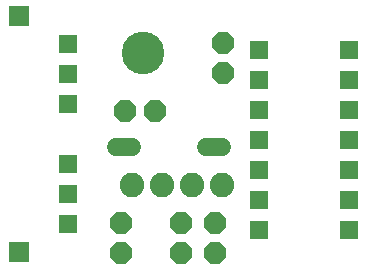
<source format=gbr>
G04 EAGLE Gerber RS-274X export*
G75*
%MOMM*%
%FSLAX34Y34*%
%LPD*%
%INSoldermask Bottom*%
%IPPOS*%
%AMOC8*
5,1,8,0,0,1.08239X$1,22.5*%
G01*
%ADD10C,3.603200*%
%ADD11P,1.951982X8X22.500000*%
%ADD12P,1.951982X8X112.500000*%
%ADD13P,1.951982X8X292.500000*%
%ADD14C,2.082800*%
%ADD15C,1.524000*%
%ADD16R,1.511200X1.511200*%
%ADD17R,1.711200X1.711200*%
%ADD18P,2.034460X8X202.500000*%


D10*
X123200Y188500D03*
D11*
X107950Y139700D03*
X133350Y139700D03*
D12*
X184150Y19050D03*
X184150Y44450D03*
D13*
X190500Y196850D03*
X190500Y171450D03*
D14*
X114150Y77000D03*
X139550Y77000D03*
X164950Y77000D03*
X190350Y77000D03*
D15*
X189704Y108900D02*
X176496Y108900D01*
X113504Y108900D02*
X100296Y108900D01*
D16*
X297700Y114850D03*
X221500Y114850D03*
X297700Y140250D03*
X297700Y165650D03*
X297700Y191050D03*
X221500Y191050D03*
X221500Y165650D03*
X221500Y140250D03*
X221500Y89450D03*
X221500Y64050D03*
X221500Y38650D03*
X297700Y89450D03*
X297700Y64050D03*
X297700Y38650D03*
X60000Y145400D03*
X60000Y170800D03*
X60000Y196200D03*
X60000Y94600D03*
X60000Y69200D03*
X60000Y43800D03*
D17*
X18000Y20000D03*
X18000Y220000D03*
D18*
X155400Y19050D03*
X104600Y19050D03*
X155400Y44450D03*
X104600Y44450D03*
M02*

</source>
